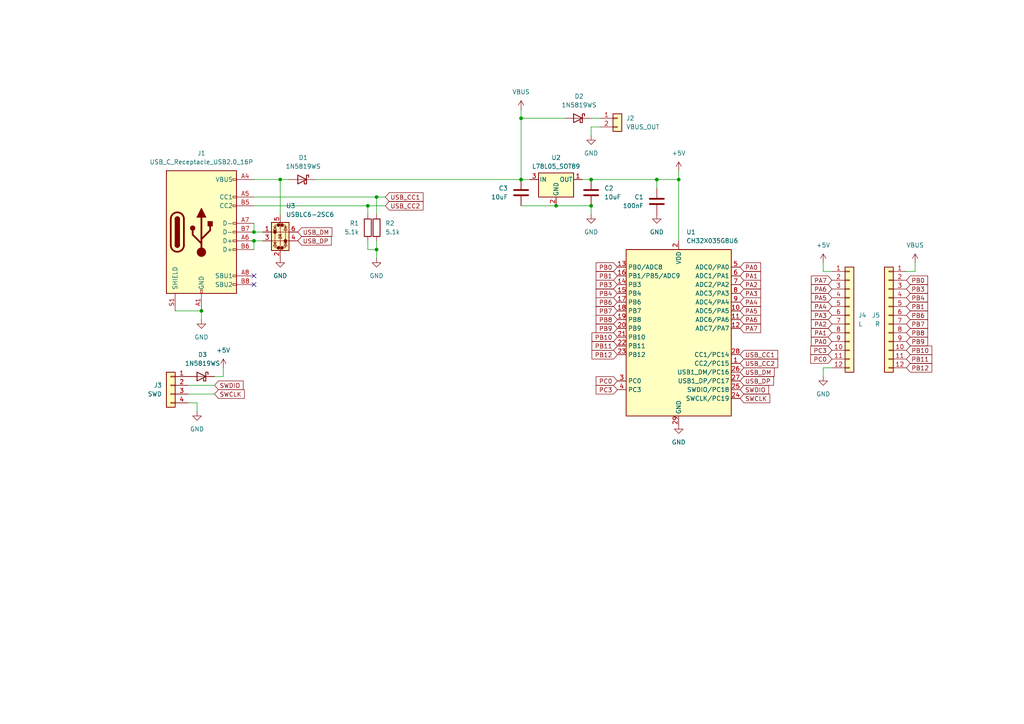
<source format=kicad_sch>
(kicad_sch (version 20231120) (generator "eeschema") (generator_version "8.0")
  (paper "A4")
  (lib_symbols
    (symbol "Connector:USB_C_Receptacle_USB2.0_16P" (pin_names (offset 1.016))
      (property "Reference" "J" (at 0 22.225 0))
      (property "Value" "USB_C_Receptacle_USB2.0_16P" (at 0 19.685 0))
      (symbol "USB_C_Receptacle_USB2.0_16P_0_0"
        (rectangle (start -0.254 -17.78) (end 0.254 -16.764))
        (rectangle (start 10.16 -14.986) (end 9.144 -15.494))
        (rectangle (start 10.16 -12.446) (end 9.144 -12.954))
        (rectangle (start 10.16 -4.826) (end 9.144 -5.334))
        (rectangle (start 10.16 -2.286) (end 9.144 -2.794))
        (rectangle (start 10.16 0.254) (end 9.144 -0.254))
        (rectangle (start 10.16 2.794) (end 9.144 2.286))
        (rectangle (start 10.16 7.874) (end 9.144 7.366))
        (rectangle (start 10.16 10.414) (end 9.144 9.906))
        (rectangle (start 10.16 15.494) (end 9.144 14.986))
      )
      (symbol "USB_C_Receptacle_USB2.0_16P_0_1"
        (rectangle (start -10.16 17.78) (end 10.16 -17.78) (stroke (width 0.254)) (fill (type background)))
        (arc (start -8.89 -3.81) (mid -6.985 -5.7067) (end -5.08 -3.81) (stroke (width 0.508)))
        (arc (start -7.62 -3.81) (mid -6.985 -4.4423) (end -6.35 -3.81) (stroke (width 0.254)))
        (arc (start -7.62 -3.81) (mid -6.985 -4.4423) (end -6.35 -3.81) (stroke (width 0.254)) (fill (type outline)))
        (rectangle (start -7.62 -3.81) (end -6.35 3.81) (stroke (width 0.254)) (fill (type outline)))
        (arc (start -6.35 3.81) (mid -6.985 4.4423) (end -7.62 3.81) (stroke (width 0.254)))
        (arc (start -6.35 3.81) (mid -6.985 4.4423) (end -7.62 3.81) (stroke (width 0.254)) (fill (type outline)))
        (arc (start -5.08 3.81) (mid -6.985 5.7067) (end -8.89 3.81) (stroke (width 0.508)))
        (circle (center -2.54 1.143) (radius 0.635) (stroke (width 0.254)) (fill (type outline)))
        (circle (center 0 -5.842) (radius 1.27) (fill (type outline)))
        (polyline (pts (xy -8.89 -3.81) (xy -8.89 3.81)) (stroke (width 0.508)))
        (polyline (pts (xy -5.08 3.81) (xy -5.08 -3.81)) (stroke (width 0.508)))
        (polyline (pts (xy 0 -5.842) (xy 0 4.318)) (stroke (width 0.508)))
        (polyline (pts (xy 0 -3.302) (xy -2.54 -0.762) (xy -2.54 0.508)) (stroke (width 0.508)))
        (polyline (pts (xy 0 -2.032) (xy 2.54 0.508) (xy 2.54 1.778)) (stroke (width 0.508)))
        (polyline (pts (xy -1.27 4.318) (xy 0 6.858) (xy 1.27 4.318) (xy -1.27 4.318)) (stroke (width 0.254)) (fill (type outline)))
        (rectangle (start 1.905 1.778) (end 3.175 3.048) (stroke (width 0.254)) (fill (type outline)))
      )
      (symbol "USB_C_Receptacle_USB2.0_16P_1_1"
        (pin passive line (at 0 -22.86 90) (length 5.08) (name "GND") (number "A1"))
        (pin passive line (at 0 -22.86 90) (length 5.08) hide (name "GND") (number "A12"))
        (pin passive line (at 15.24 15.24 180) (length 5.08) (name "VBUS") (number "A4"))
        (pin bidirectional line (at 15.24 10.16 180) (length 5.08) (name "CC1") (number "A5"))
        (pin bidirectional line (at 15.24 -2.54 180) (length 5.08) (name "D+") (number "A6"))
        (pin bidirectional line (at 15.24 2.54 180) (length 5.08) (name "D-") (number "A7"))
        (pin bidirectional line (at 15.24 -12.7 180) (length 5.08) (name "SBU1") (number "A8"))
        (pin passive line (at 15.24 15.24 180) (length 5.08) hide (name "VBUS") (number "A9"))
        (pin passive line (at 0 -22.86 90) (length 5.08) hide (name "GND") (number "B1"))
        (pin passive line (at 0 -22.86 90) (length 5.08) hide (name "GND") (number "B12"))
        (pin passive line (at 15.24 15.24 180) (length 5.08) hide (name "VBUS") (number "B4"))
        (pin bidirectional line (at 15.24 7.62 180) (length 5.08) (name "CC2") (number "B5"))
        (pin bidirectional line (at 15.24 -5.08 180) (length 5.08) (name "D+") (number "B6"))
        (pin bidirectional line (at 15.24 0 180) (length 5.08) (name "D-") (number "B7"))
        (pin bidirectional line (at 15.24 -15.24 180) (length 5.08) (name "SBU2") (number "B8"))
        (pin passive line (at 15.24 15.24 180) (length 5.08) hide (name "VBUS") (number "B9"))
        (pin passive line (at -7.62 -22.86 90) (length 5.08) (name "SHIELD") (number "S1"))
      )
    )
    (symbol "Connector_Generic:Conn_01x02" (pin_names (offset 1.016) hide)
      (property "Reference" "J" (at 0 2.54 0))
      (property "Value" "Conn_01x02" (at 0 -5.08 0))
      (symbol "Conn_01x02_1_1"
        (rectangle (start -1.27 -2.413) (end 0 -2.667) (stroke (width 0.1524)))
        (rectangle (start -1.27 0.127) (end 0 -0.127) (stroke (width 0.1524)))
        (rectangle (start -1.27 1.27) (end 1.27 -3.81) (stroke (width 0.254)) (fill (type background)))
        (pin passive line (at -5.08 0 0) (length 3.81) (name "Pin_1") (number "1"))
        (pin passive line (at -5.08 -2.54 0) (length 3.81) (name "Pin_2") (number "2"))
      )
    )
    (symbol "Connector_Generic:Conn_01x04" (pin_names (offset 1.016) hide)
      (property "Reference" "J" (at 0 5.08 0))
      (property "Value" "Conn_01x04" (at 0 -7.62 0))
      (symbol "Conn_01x04_1_1"
        (rectangle (start -1.27 -4.953) (end 0 -5.207) (stroke (width 0.1524)))
        (rectangle (start -1.27 -2.413) (end 0 -2.667) (stroke (width 0.1524)))
        (rectangle (start -1.27 0.127) (end 0 -0.127) (stroke (width 0.1524)))
        (rectangle (start -1.27 2.667) (end 0 2.413) (stroke (width 0.1524)))
        (rectangle (start -1.27 3.81) (end 1.27 -6.35) (stroke (width 0.254)) (fill (type background)))
        (pin passive line (at -5.08 2.54 0) (length 3.81) (name "Pin_1") (number "1"))
        (pin passive line (at -5.08 0 0) (length 3.81) (name "Pin_2") (number "2"))
        (pin passive line (at -5.08 -2.54 0) (length 3.81) (name "Pin_3") (number "3"))
        (pin passive line (at -5.08 -5.08 0) (length 3.81) (name "Pin_4") (number "4"))
      )
    )
    (symbol "Connector_Generic:Conn_01x12" (pin_names (offset 1.016) hide)
      (property "Reference" "J" (at 0 15.24 0))
      (property "Value" "Conn_01x12" (at 0 -17.78 0))
      (symbol "Conn_01x12_1_1"
        (rectangle (start -1.27 -15.113) (end 0 -15.367) (stroke (width 0.1524)))
        (rectangle (start -1.27 -12.573) (end 0 -12.827) (stroke (width 0.1524)))
        (rectangle (start -1.27 -10.033) (end 0 -10.287) (stroke (width 0.1524)))
        (rectangle (start -1.27 -7.493) (end 0 -7.747) (stroke (width 0.1524)))
        (rectangle (start -1.27 -4.953) (end 0 -5.207) (stroke (width 0.1524)))
        (rectangle (start -1.27 -2.413) (end 0 -2.667) (stroke (width 0.1524)))
        (rectangle (start -1.27 0.127) (end 0 -0.127) (stroke (width 0.1524)))
        (rectangle (start -1.27 2.667) (end 0 2.413) (stroke (width 0.1524)))
        (rectangle (start -1.27 5.207) (end 0 4.953) (stroke (width 0.1524)))
        (rectangle (start -1.27 7.747) (end 0 7.493) (stroke (width 0.1524)))
        (rectangle (start -1.27 10.287) (end 0 10.033) (stroke (width 0.1524)))
        (rectangle (start -1.27 12.827) (end 0 12.573) (stroke (width 0.1524)))
        (rectangle (start -1.27 13.97) (end 1.27 -16.51) (stroke (width 0.254)) (fill (type background)))
        (pin passive line (at -5.08 12.7 0) (length 3.81) (name "Pin_1") (number "1"))
        (pin passive line (at -5.08 -10.16 0) (length 3.81) (name "Pin_10") (number "10"))
        (pin passive line (at -5.08 -12.7 0) (length 3.81) (name "Pin_11") (number "11"))
        (pin passive line (at -5.08 -15.24 0) (length 3.81) (name "Pin_12") (number "12"))
        (pin passive line (at -5.08 10.16 0) (length 3.81) (name "Pin_2") (number "2"))
        (pin passive line (at -5.08 7.62 0) (length 3.81) (name "Pin_3") (number "3"))
        (pin passive line (at -5.08 5.08 0) (length 3.81) (name "Pin_4") (number "4"))
        (pin passive line (at -5.08 2.54 0) (length 3.81) (name "Pin_5") (number "5"))
        (pin passive line (at -5.08 0 0) (length 3.81) (name "Pin_6") (number "6"))
        (pin passive line (at -5.08 -2.54 0) (length 3.81) (name "Pin_7") (number "7"))
        (pin passive line (at -5.08 -5.08 0) (length 3.81) (name "Pin_8") (number "8"))
        (pin passive line (at -5.08 -7.62 0) (length 3.81) (name "Pin_9") (number "9"))
      )
    )
    (symbol "Device:C" (pin_numbers hide) (pin_names (offset 0.254))
      (property "Reference" "C" (at 0.635 2.54 0))
      (property "Value" "C" (at 0.635 -2.54 0))
      (symbol "C_0_1"
        (polyline (pts (xy -2.032 -0.762) (xy 2.032 -0.762)) (stroke (width 0.508)))
        (polyline (pts (xy -2.032 0.762) (xy 2.032 0.762)) (stroke (width 0.508)))
      )
      (symbol "C_1_1"
        (pin passive line (at 0 3.81 270) (length 2.794) (name "~") (number "1"))
        (pin passive line (at 0 -3.81 90) (length 2.794) (name "~") (number "2"))
      )
    )
    (symbol "Device:R" (pin_numbers hide) (pin_names (offset 0))
      (property "Reference" "R" (at 2.032 0 90))
      (property "Value" "R" (at 0 0 90))
      (symbol "R_0_1"
        (rectangle (start -1.016 -2.54) (end 1.016 2.54) (stroke (width 0.254)))
      )
      (symbol "R_1_1"
        (pin passive line (at 0 3.81 270) (length 1.27) (name "~") (number "1"))
        (pin passive line (at 0 -3.81 90) (length 1.27) (name "~") (number "2"))
      )
    )
    (symbol "Diode:1N5819WS" (pin_numbers hide) (pin_names (offset 1.016) hide)
      (property "Reference" "D" (at 0 2.54 0))
      (property "Value" "1N5819WS" (at 0 -2.54 0))
      (symbol "1N5819WS_0_1"
        (polyline (pts (xy 1.27 0) (xy -1.27 0)))
        (polyline (pts (xy 1.27 1.27) (xy 1.27 -1.27) (xy -1.27 0) (xy 1.27 1.27)) (stroke (width 0.254)))
        (polyline (pts (xy -1.905 0.635) (xy -1.905 1.27) (xy -1.27 1.27) (xy -1.27 -1.27) (xy -0.635 -1.27) (xy -0.635 -0.635)) (stroke (width 0.254)))
      )
      (symbol "1N5819WS_1_1"
        (pin passive line (at -3.81 0 0) (length 2.54) (name "K") (number "1"))
        (pin passive line (at 3.81 0 180) (length 2.54) (name "A") (number "2"))
      )
    )
    (symbol "Power_Protection:USBLC6-2SC6" (pin_names hide)
      (property "Reference" "U" (at 0.635 5.715 0))
      (property "Value" "USBLC6-2SC6" (at 0.635 3.81 0))
      (symbol "USBLC6-2SC6_0_0"
        (circle (center -1.524 0) (radius 0.0001) (stroke (width 0.508)))
        (circle (center -0.508 -4.572) (radius 0.0001) (stroke (width 0.508)))
        (circle (center -0.508 2.032) (radius 0.0001) (stroke (width 0.508)))
        (circle (center 0.508 -4.572) (radius 0.0001) (stroke (width 0.508)))
        (circle (center 0.508 2.032) (radius 0.0001) (stroke (width 0.508)))
        (circle (center 1.524 -2.54) (radius 0.0001) (stroke (width 0.508)))
      )
      (symbol "USBLC6-2SC6_0_1"
        (polyline (pts (xy -2.54 -2.54) (xy 2.54 -2.54)))
        (polyline (pts (xy -2.54 0) (xy 2.54 0)))
        (polyline (pts (xy -2.032 -3.048) (xy -1.016 -3.048)))
        (polyline (pts (xy -1.016 1.524) (xy -2.032 1.524)))
        (polyline (pts (xy 1.016 -3.048) (xy 2.032 -3.048)))
        (polyline (pts (xy 1.016 1.524) (xy 2.032 1.524)))
        (polyline (pts (xy -0.508 -1.143) (xy -0.508 -0.762) (xy 0.508 -0.762)))
        (polyline (pts (xy -2.032 0.508) (xy -1.016 0.508) (xy -1.524 1.524) (xy -2.032 0.508)))
        (polyline (pts (xy -1.016 -4.064) (xy -2.032 -4.064) (xy -1.524 -3.048) (xy -1.016 -4.064)))
        (polyline (pts (xy 0.508 -1.778) (xy -0.508 -1.778) (xy 0 -0.762) (xy 0.508 -1.778)))
        (polyline (pts (xy 2.032 -4.064) (xy 1.016 -4.064) (xy 1.524 -3.048) (xy 2.032 -4.064)))
        (polyline (pts (xy 2.032 0.508) (xy 1.016 0.508) (xy 1.524 1.524) (xy 2.032 0.508)))
        (polyline (pts (xy 0 2.54) (xy -0.508 2.032) (xy 0.508 2.032) (xy 0 1.524) (xy 0 -4.064) (xy -0.508 -4.572) (xy 0.508 -4.572) (xy 0 -5.08)))
      )
      (symbol "USBLC6-2SC6_1_1"
        (rectangle (start -2.54 2.794) (end 2.54 -5.334) (stroke (width 0.254)) (fill (type background)))
        (polyline (pts (xy -0.508 2.032) (xy -1.524 2.032) (xy -1.524 -4.572) (xy -0.508 -4.572)))
        (polyline (pts (xy 0.508 -4.572) (xy 1.524 -4.572) (xy 1.524 2.032) (xy 0.508 2.032)))
        (pin passive line (at -5.08 0 0) (length 2.54) (name "I/O1") (number "1"))
        (pin passive line (at 0 -7.62 90) (length 2.54) (name "GND") (number "2"))
        (pin passive line (at -5.08 -2.54 0) (length 2.54) (name "I/O2") (number "3"))
        (pin passive line (at 5.08 -2.54 180) (length 2.54) (name "I/O2") (number "4"))
        (pin passive line (at 0 5.08 270) (length 2.54) (name "VBUS") (number "5"))
        (pin passive line (at 5.08 0 180) (length 2.54) (name "I/O1") (number "6"))
      )
    )
    (symbol "Regulator_Linear:L78L05_SOT89" (pin_names (offset 0.254))
      (property "Reference" "U" (at -3.81 3.175 0))
      (property "Value" "L78L05_SOT89" (at -0.635 3.175 0))
      (symbol "L78L05_SOT89_0_1"
        (rectangle (start -5.08 1.905) (end 5.08 -5.08) (stroke (width 0.254)) (fill (type background)))
      )
      (symbol "L78L05_SOT89_1_1"
        (pin power_out line (at 7.62 0 180) (length 2.54) (name "OUT") (number "1"))
        (pin power_in line (at 0 -7.62 90) (length 2.54) (name "GND") (number "2"))
        (pin power_in line (at -7.62 0 0) (length 2.54) (name "IN") (number "3"))
      )
    )
    (symbol "WCH_MCU:CH32X035G8U6"
      (property "Reference" "U" (at -5.08 -30.48 0))
      (property "Value" "CH32X035G8U6" (at 10.16 -30.48 0))
      (symbol "CH32X035G8U6_0_1"
        (rectangle (start -15.24 22.86) (end 15.24 -25.4) (stroke (width 0.254)) (fill (type background)))
      )
      (symbol "CH32X035G8U6_1_1"
        (pin bidirectional line (at 17.78 -10.16 180) (length 2.54) (name "CC2/PC15") (number "1"))
        (pin bidirectional line (at 17.78 5.08 180) (length 2.54) (name "ADC5/PA5") (number "10"))
        (pin bidirectional line (at 17.78 2.54 180) (length 2.54) (name "ADC6/PA6") (number "11"))
        (pin bidirectional line (at 17.78 0 180) (length 2.54) (name "ADC7/PA7") (number "12"))
        (pin bidirectional line (at -17.78 17.78 0) (length 2.54) (name "PB0/ADC8") (number "13"))
        (pin bidirectional line (at -17.78 12.7 0) (length 2.54) (name "PB3") (number "14"))
        (pin bidirectional line (at -17.78 10.16 0) (length 2.54) (name "PB4") (number "15"))
        (pin bidirectional line (at -17.78 15.24 0) (length 2.54) (name "PB1/PB5/ADC9") (number "16"))
        (pin bidirectional line (at -17.78 7.62 0) (length 2.54) (name "PB6") (number "17"))
        (pin bidirectional line (at -17.78 5.08 0) (length 2.54) (name "PB7") (number "18"))
        (pin bidirectional line (at -17.78 2.54 0) (length 2.54) (name "PB8") (number "19"))
        (pin power_in line (at 0 25.4 270) (length 2.54) (name "VDD") (number "2"))
        (pin bidirectional line (at -17.78 0 0) (length 2.54) (name "PB9") (number "20"))
        (pin bidirectional line (at -17.78 -2.54 0) (length 2.54) (name "PB10") (number "21"))
        (pin bidirectional line (at -17.78 -5.08 0) (length 2.54) (name "PB11") (number "22"))
        (pin bidirectional line (at -17.78 -7.62 0) (length 2.54) (name "PB12") (number "23"))
        (pin bidirectional line (at 17.78 -20.32 180) (length 2.54) (name "SWCLK/PC19") (number "24"))
        (pin bidirectional line (at 17.78 -17.78 180) (length 2.54) (name "SWDIO/PC18") (number "25"))
        (pin bidirectional line (at 17.78 -12.7 180) (length 2.54) (name "USB1_DM/PC16") (number "26"))
        (pin bidirectional line (at 17.78 -15.24 180) (length 2.54) (name "USB1_DP/PC17") (number "27"))
        (pin bidirectional line (at 17.78 -7.62 180) (length 2.54) (name "CC1/PC14") (number "28"))
        (pin power_in line (at 0 -27.94 90) (length 2.54) (name "GND") (number "29"))
        (pin bidirectional line (at -17.78 -15.24 0) (length 2.54) (name "PC0") (number "3"))
        (pin bidirectional line (at -17.78 -17.78 0) (length 2.54) (name "PC3") (number "4"))
        (pin bidirectional line (at 17.78 17.78 180) (length 2.54) (name "ADC0/PA0") (number "5"))
        (pin bidirectional line (at 17.78 15.24 180) (length 2.54) (name "ADC1/PA1") (number "6"))
        (pin bidirectional line (at 17.78 12.7 180) (length 2.54) (name "ADC2/PA2") (number "7"))
        (pin bidirectional line (at 17.78 10.16 180) (length 2.54) (name "ADC3/PA3") (number "8"))
        (pin bidirectional line (at 17.78 7.62 180) (length 2.54) (name "ADC4/PA4") (number "9"))
      )
    )
    (symbol "power:+5V" (power) (pin_numbers hide) (pin_names (offset 0) hide)
      (property "Value" "+5V" (at 0 3.556 0))
      (symbol "+5V_0_1"
        (polyline (pts (xy -0.762 1.27) (xy 0 2.54)))
        (polyline (pts (xy 0 0) (xy 0 2.54)))
        (polyline (pts (xy 0 2.54) (xy 0.762 1.27)))
      )
      (symbol "+5V_1_1"
        (pin power_in line (at 0 0 90) (length 0) (name "~") (number "1"))
      )
    )
    (symbol "power:GND" (power) (pin_numbers hide) (pin_names (offset 0) hide)
      (property "Value" "GND" (at 0 -3.81 0))
      (symbol "GND_0_1"
        (polyline (pts (xy 0 0) (xy 0 -1.27) (xy 1.27 -1.27) (xy 0 -2.54) (xy -1.27 -1.27) (xy 0 -1.27)))
      )
      (symbol "GND_1_1"
        (pin power_in line (at 0 0 270) (length 0) (name "~") (number "1"))
      )
    )
    (symbol "power:VBUS" (power) (pin_numbers hide) (pin_names (offset 0) hide)
      (property "Value" "VBUS" (at 0 3.556 0))
      (symbol "VBUS_0_1"
        (polyline (pts (xy -0.762 1.27) (xy 0 2.54)))
        (polyline (pts (xy 0 0) (xy 0 2.54)))
        (polyline (pts (xy 0 2.54) (xy 0.762 1.27)))
      )
      (symbol "VBUS_1_1"
        (pin power_in line (at 0 0 90) (length 0) (name "~") (number "1"))
      )
    )
  )
  (junction (at 171.45 52.07))
  (junction (at 171.45 59.69))
  (junction (at 106.68 59.69))
  (junction (at 151.13 34.29))
  (junction (at 73.66 67.31))
  (junction (at 81.28 52.07))
  (junction (at 161.29 59.69))
  (junction (at 109.22 72.39))
  (junction (at 58.42 90.17))
  (junction (at 73.66 69.85))
  (junction (at 109.22 57.15))
  (junction (at 151.13 52.07))
  (junction (at 196.85 52.07))
  (junction (at 190.5 52.07))
  (no_connect (at 73.66 82.55))
  (no_connect (at 73.66 80.01))
  (wire (pts (xy 62.23 114.3) (xy 54.61 114.3)))
  (wire (pts (xy 73.66 57.15) (xy 109.22 57.15)))
  (wire (pts (xy 265.43 76.2) (xy 265.43 78.74)))
  (wire (pts (xy 151.13 59.69) (xy 161.29 59.69)))
  (wire (pts (xy 171.45 62.23) (xy 171.45 59.69)))
  (wire (pts (xy 171.45 36.83) (xy 173.99 36.83)))
  (wire (pts (xy 81.28 52.07) (xy 81.28 62.23)))
  (wire (pts (xy 62.23 109.22) (xy 64.77 109.22)))
  (wire (pts (xy 76.2 67.31) (xy 73.66 67.31)))
  (wire (pts (xy 190.5 54.61) (xy 190.5 52.07)))
  (wire (pts (xy 151.13 34.29) (xy 151.13 52.07)))
  (wire (pts (xy 106.68 72.39) (xy 109.22 72.39)))
  (wire (pts (xy 109.22 69.85) (xy 109.22 72.39)))
  (wire (pts (xy 58.42 90.17) (xy 50.8 90.17)))
  (wire (pts (xy 54.61 116.84) (xy 57.15 116.84)))
  (wire (pts (xy 171.45 39.37) (xy 171.45 36.83)))
  (wire (pts (xy 151.13 34.29) (xy 163.83 34.29)))
  (wire (pts (xy 58.42 92.71) (xy 58.42 90.17)))
  (wire (pts (xy 106.68 69.85) (xy 106.68 72.39)))
  (wire (pts (xy 238.76 106.68) (xy 241.3 106.68)))
  (wire (pts (xy 106.68 59.69) (xy 106.68 62.23)))
  (wire (pts (xy 151.13 52.07) (xy 153.67 52.07)))
  (wire (pts (xy 196.85 52.07) (xy 196.85 69.85)))
  (wire (pts (xy 171.45 52.07) (xy 190.5 52.07)))
  (wire (pts (xy 76.2 69.85) (xy 73.66 69.85)))
  (wire (pts (xy 238.76 76.2) (xy 238.76 78.74)))
  (wire (pts (xy 238.76 106.68) (xy 238.76 109.22)))
  (wire (pts (xy 109.22 57.15) (xy 109.22 62.23)))
  (wire (pts (xy 57.15 119.38) (xy 57.15 116.84)))
  (wire (pts (xy 238.76 78.74) (xy 241.3 78.74)))
  (wire (pts (xy 151.13 31.75) (xy 151.13 34.29)))
  (wire (pts (xy 109.22 72.39) (xy 109.22 74.93)))
  (wire (pts (xy 111.76 59.69) (xy 106.68 59.69)))
  (wire (pts (xy 111.76 57.15) (xy 109.22 57.15)))
  (wire (pts (xy 265.43 78.74) (xy 262.89 78.74)))
  (wire (pts (xy 62.23 111.76) (xy 54.61 111.76)))
  (wire (pts (xy 161.29 59.69) (xy 171.45 59.69)))
  (wire (pts (xy 64.77 106.68) (xy 64.77 109.22)))
  (wire (pts (xy 190.5 52.07) (xy 196.85 52.07)))
  (wire (pts (xy 171.45 34.29) (xy 173.99 34.29)))
  (wire (pts (xy 73.66 67.31) (xy 73.66 64.77)))
  (wire (pts (xy 196.85 49.53) (xy 196.85 52.07)))
  (wire (pts (xy 73.66 59.69) (xy 106.68 59.69)))
  (wire (pts (xy 91.44 52.07) (xy 151.13 52.07)))
  (wire (pts (xy 168.91 52.07) (xy 171.45 52.07)))
  (wire (pts (xy 81.28 52.07) (xy 83.82 52.07)))
  (wire (pts (xy 73.66 52.07) (xy 81.28 52.07)))
  (wire (pts (xy 73.66 69.85) (xy 73.66 72.39)))
  (global_label "PB8" (shape input) (at 179.07 92.71 180) (property "Intersheetrefs" "${INTERSHEET_REFS}" (effects (hide yes))))
  (global_label "SWDIO" (shape input) (at 62.23 111.76 0) (property "Intersheetrefs" "${INTERSHEET_REFS}" (effects (hide yes))))
  (global_label "PB7" (shape input) (at 262.89 93.98 0) (property "Intersheetrefs" "${INTERSHEET_REFS}" (effects (hide yes))))
  (global_label "PB7" (shape input) (at 179.07 90.17 180) (property "Intersheetrefs" "${INTERSHEET_REFS}" (effects (hide yes))))
  (global_label "PB6" (shape input) (at 179.07 87.63 180) (property "Intersheetrefs" "${INTERSHEET_REFS}" (effects (hide yes))))
  (global_label "PA3" (shape input) (at 214.63 85.09 0) (property "Intersheetrefs" "${INTERSHEET_REFS}" (effects (hide yes))))
  (global_label "SWCLK" (shape input) (at 62.23 114.3 0) (property "Intersheetrefs" "${INTERSHEET_REFS}" (effects (hide yes))))
  (global_label "PC3" (shape input) (at 241.3 101.6 180) (property "Intersheetrefs" "${INTERSHEET_REFS}" (effects (hide yes))))
  (global_label "PB0" (shape input) (at 179.07 77.47 180) (property "Intersheetrefs" "${INTERSHEET_REFS}" (effects (hide yes))))
  (global_label "PA6" (shape input) (at 241.3 83.82 180) (property "Intersheetrefs" "${INTERSHEET_REFS}" (effects (hide yes))))
  (global_label "USB_DM" (shape input) (at 86.36 67.31 0) (property "Intersheetrefs" "${INTERSHEET_REFS}" (effects (hide yes))))
  (global_label "PB0" (shape input) (at 262.89 81.28 0) (property "Intersheetrefs" "${INTERSHEET_REFS}" (effects (hide yes))))
  (global_label "PA7" (shape input) (at 214.63 95.25 0) (property "Intersheetrefs" "${INTERSHEET_REFS}" (effects (hide yes))))
  (global_label "PB6" (shape input) (at 262.89 91.44 0) (property "Intersheetrefs" "${INTERSHEET_REFS}" (effects (hide yes))))
  (global_label "PB10" (shape input) (at 179.07 97.79 180) (property "Intersheetrefs" "${INTERSHEET_REFS}" (effects (hide yes))))
  (global_label "PC3" (shape input) (at 179.07 113.03 180) (property "Intersheetrefs" "${INTERSHEET_REFS}" (effects (hide yes))))
  (global_label "PA1" (shape input) (at 241.3 96.52 180) (property "Intersheetrefs" "${INTERSHEET_REFS}" (effects (hide yes))))
  (global_label "PB10" (shape input) (at 262.89 101.6 0) (property "Intersheetrefs" "${INTERSHEET_REFS}" (effects (hide yes))))
  (global_label "PA0" (shape input) (at 241.3 99.06 180) (property "Intersheetrefs" "${INTERSHEET_REFS}" (effects (hide yes))))
  (global_label "PB11" (shape input) (at 262.89 104.14 0) (property "Intersheetrefs" "${INTERSHEET_REFS}" (effects (hide yes))))
  (global_label "PB1" (shape input) (at 179.07 80.01 180) (property "Intersheetrefs" "${INTERSHEET_REFS}" (effects (hide yes))))
  (global_label "PA2" (shape input) (at 241.3 93.98 180) (property "Intersheetrefs" "${INTERSHEET_REFS}" (effects (hide yes))))
  (global_label "USB_CC1" (shape input) (at 111.76 57.15 0) (property "Intersheetrefs" "${INTERSHEET_REFS}" (effects (hide yes))))
  (global_label "USB_DP" (shape input) (at 214.63 110.49 0) (property "Intersheetrefs" "${INTERSHEET_REFS}" (effects (hide yes))))
  (global_label "PC0" (shape input) (at 241.3 104.14 180) (property "Intersheetrefs" "${INTERSHEET_REFS}" (effects (hide yes))))
  (global_label "PA7" (shape input) (at 241.3 81.28 180) (property "Intersheetrefs" "${INTERSHEET_REFS}" (effects (hide yes))))
  (global_label "USB_CC2" (shape input) (at 111.76 59.69 0) (property "Intersheetrefs" "${INTERSHEET_REFS}" (effects (hide yes))))
  (global_label "PB1" (shape input) (at 262.89 88.9 0) (property "Intersheetrefs" "${INTERSHEET_REFS}" (effects (hide yes))))
  (global_label "SWDIO" (shape input) (at 214.63 113.03 0) (property "Intersheetrefs" "${INTERSHEET_REFS}" (effects (hide yes))))
  (global_label "PB12" (shape input) (at 262.89 106.68 0) (property "Intersheetrefs" "${INTERSHEET_REFS}" (effects (hide yes))))
  (global_label "PB12" (shape input) (at 179.07 102.87 180) (property "Intersheetrefs" "${INTERSHEET_REFS}" (effects (hide yes))))
  (global_label "USB_CC1" (shape input) (at 214.63 102.87 0) (property "Intersheetrefs" "${INTERSHEET_REFS}" (effects (hide yes))))
  (global_label "USB_CC2" (shape input) (at 214.63 105.41 0) (property "Intersheetrefs" "${INTERSHEET_REFS}" (effects (hide yes))))
  (global_label "PB9" (shape input) (at 262.89 99.06 0) (property "Intersheetrefs" "${INTERSHEET_REFS}" (effects (hide yes))))
  (global_label "PA4" (shape input) (at 214.63 87.63 0) (property "Intersheetrefs" "${INTERSHEET_REFS}" (effects (hide yes))))
  (global_label "PB11" (shape input) (at 179.07 100.33 180) (property "Intersheetrefs" "${INTERSHEET_REFS}" (effects (hide yes))))
  (global_label "PA5" (shape input) (at 214.63 90.17 0) (property "Intersheetrefs" "${INTERSHEET_REFS}" (effects (hide yes))))
  (global_label "PC0" (shape input) (at 179.07 110.49 180) (property "Intersheetrefs" "${INTERSHEET_REFS}" (effects (hide yes))))
  (global_label "USB_DP" (shape input) (at 86.36 69.85 0) (property "Intersheetrefs" "${INTERSHEET_REFS}" (effects (hide yes))))
  (global_label "PA2" (shape input) (at 214.63 82.55 0) (property "Intersheetrefs" "${INTERSHEET_REFS}" (effects (hide yes))))
  (global_label "SWCLK" (shape input) (at 214.63 115.57 0) (property "Intersheetrefs" "${INTERSHEET_REFS}" (effects (hide yes))))
  (global_label "PB8" (shape input) (at 262.89 96.52 0) (property "Intersheetrefs" "${INTERSHEET_REFS}" (effects (hide yes))))
  (global_label "PB3" (shape input) (at 262.89 83.82 0) (property "Intersheetrefs" "${INTERSHEET_REFS}" (effects (hide yes))))
  (global_label "PA5" (shape input) (at 241.3 86.36 180) (property "Intersheetrefs" "${INTERSHEET_REFS}" (effects (hide yes))))
  (global_label "PA6" (shape input) (at 214.63 92.71 0) (property "Intersheetrefs" "${INTERSHEET_REFS}" (effects (hide yes))))
  (global_label "PB3" (shape input) (at 179.07 82.55 180) (property "Intersheetrefs" "${INTERSHEET_REFS}" (effects (hide yes))))
  (global_label "PA3" (shape input) (at 241.3 91.44 180) (property "Intersheetrefs" "${INTERSHEET_REFS}" (effects (hide yes))))
  (global_label "USB_DM" (shape input) (at 214.63 107.95 0) (property "Intersheetrefs" "${INTERSHEET_REFS}" (effects (hide yes))))
  (global_label "PB9" (shape input) (at 179.07 95.25 180) (property "Intersheetrefs" "${INTERSHEET_REFS}" (effects (hide yes))))
  (global_label "PB4" (shape input) (at 179.07 85.09 180) (property "Intersheetrefs" "${INTERSHEET_REFS}" (effects (hide yes))))
  (global_label "PA4" (shape input) (at 241.3 88.9 180) (property "Intersheetrefs" "${INTERSHEET_REFS}" (effects (hide yes))))
  (global_label "PB4" (shape input) (at 262.89 86.36 0) (property "Intersheetrefs" "${INTERSHEET_REFS}" (effects (hide yes))))
  (global_label "PA1" (shape input) (at 214.63 80.01 0) (property "Intersheetrefs" "${INTERSHEET_REFS}" (effects (hide yes))))
  (global_label "PA0" (shape input) (at 214.63 77.47 0) (property "Intersheetrefs" "${INTERSHEET_REFS}" (effects (hide yes))))
  (symbol (lib_id "Power_Protection:USBLC6-2SC6") (at 81.28 67.31 0) (unit 1)
    (property "Reference" "U3" (at 82.9311 59.69 0) (effects (justify left)))
    (property "Value" "USBLC6-2SC6" (at 82.9311 62.23 0) (effects (justify left)))
    (property "Footprint" "Package_TO_SOT_SMD:SOT-23-6" (effects (hide yes)))
    (property "Datasheet" "https://www.st.com/resource/en/datasheet/usblc6-2.pdf" (effects (hide yes)))
    (property "Description" "Very low capacitance ESD protection diode, 2 data-line, SOT-23-6" (effects (hide yes)))
  )
  (symbol (lib_id "power:GND") (at 57.15 119.38 0) (unit 1)
    (property "Reference" "#PWR011" (effects (hide yes)))
    (property "Value" "GND" (at 57.15 124.46 0))
    (property "Description" "Power symbol creates a global label with name \"GND\" , ground" (effects (hide yes)))
  )
  (symbol (lib_id "Device:R") (at 106.68 66.04 0) (mirror y) (unit 1)
    (property "Reference" "R1" (at 104.14 64.7699 0) (effects (justify left)))
    (property "Value" "5.1k" (at 104.14 67.3099 0) (effects (justify left)))
    (property "Footprint" "Resistor_SMD:R_0603_1608Metric" (effects (hide yes)))
    (property "Description" "Resistor" (effects (hide yes)))
  )
  (symbol (lib_id "Device:R") (at 109.22 66.04 0) (unit 1)
    (property "Reference" "R2" (at 111.76 64.7699 0) (effects (justify left)))
    (property "Value" "5.1k" (at 111.76 67.3099 0) (effects (justify left)))
    (property "Footprint" "Resistor_SMD:R_0603_1608Metric" (effects (hide yes)))
    (property "Description" "Resistor" (effects (hide yes)))
  )
  (symbol (lib_id "Connector_Generic:Conn_01x12") (at 257.81 91.44 0) (mirror y) (unit 1)
    (property "Reference" "J5" (at 255.27 91.4399 0) (effects (justify left)))
    (property "Value" "R" (at 255.27 93.9799 0) (effects (justify left)))
    (property "Footprint" "Connector_PinHeader_2.54mm:PinHeader_1x12_P2.54mm_Vertical" (effects (hide yes)))
    (property "Description" "Generic connector, single row, 01x12, script generated (kicad-library-utils/schlib/autogen/connector/)" (effects (hide yes)))
  )
  (symbol (lib_id "Connector_Generic:Conn_01x02") (at 179.07 34.29 0) (unit 1)
    (property "Reference" "J2" (at 181.61 34.2899 0) (effects (justify left)))
    (property "Value" "VBUS_OUT" (at 181.61 36.8299 0) (effects (justify left)))
    (property "Footprint" "TerminalBlock:TerminalBlock_bornier-2_P5.08mm" (effects (hide yes)))
    (property "Description" "Generic connector, single row, 01x02, script generated (kicad-library-utils/schlib/autogen/connector/)" (effects (hide yes)))
  )
  (symbol (lib_id "power:GND") (at 58.42 92.71 0) (unit 1)
    (property "Reference" "#PWR07" (effects (hide yes)))
    (property "Value" "GND" (at 58.42 97.79 0))
    (property "Description" "Power symbol creates a global label with name \"GND\" , ground" (effects (hide yes)))
  )
  (symbol (lib_id "Connector_Generic:Conn_01x12") (at 246.38 91.44 0) (unit 1)
    (property "Reference" "J4" (at 248.92 91.4399 0) (effects (justify left)))
    (property "Value" "L" (at 248.92 93.9799 0) (effects (justify left)))
    (property "Footprint" "Connector_PinHeader_2.54mm:PinHeader_1x12_P2.54mm_Vertical" (effects (hide yes)))
    (property "Description" "Generic connector, single row, 01x12, script generated (kicad-library-utils/schlib/autogen/connector/)" (effects (hide yes)))
  )
  (symbol (lib_id "Diode:1N5819WS") (at 167.64 34.29 0) (mirror y) (unit 1)
    (property "Reference" "D2" (at 167.9575 27.94 0))
    (property "Value" "1N5819WS" (at 167.9575 30.48 0))
    (property "Footprint" "Diode_SMD:D_SOD-323_HandSoldering" (effects (hide yes)))
    (property "Datasheet" "https://datasheet.lcsc.com/lcsc/2204281430_Guangdong-Hottech-1N5819WS_C191023.pdf" (effects (hide yes)))
    (property "Description" "40V 600mV@1A 1A SOD-323 Schottky Barrier Diodes, SOD-323" (effects (hide yes)))
  )
  (symbol (lib_id "power:GND") (at 171.45 39.37 0) (unit 1)
    (property "Reference" "#PWR09" (effects (hide yes)))
    (property "Value" "GND" (at 171.45 44.45 0))
    (property "Description" "Power symbol creates a global label with name \"GND\" , ground" (effects (hide yes)))
  )
  (symbol (lib_id "Connector:USB_C_Receptacle_USB2.0_16P") (at 58.42 67.31 0) (unit 1)
    (property "Reference" "J1" (at 58.42 44.45 0))
    (property "Value" "USB_C_Receptacle_USB2.0_16P" (at 58.42 46.99 0))
    (property "Footprint" "Connector_USB:USB_C_Receptacle_Palconn_UTC16-G" (effects (hide yes)))
    (property "Datasheet" "https://www.usb.org/sites/default/files/documents/usb_type-c.zip" (effects (hide yes)))
    (property "Description" "USB 2.0-only 16P Type-C Receptacle connector" (effects (hide yes)))
  )
  (symbol (lib_id "power:+5V") (at 64.77 106.68 0) (unit 1)
    (property "Reference" "#PWR010" (effects (hide yes)))
    (property "Value" "+5V" (at 64.77 101.6 0))
    (property "Description" "Power symbol creates a global label with name \"+5V\"" (effects (hide yes)))
  )
  (symbol (lib_id "power:GND") (at 238.76 109.22 0) (unit 1)
    (property "Reference" "#PWR014" (effects (hide yes)))
    (property "Value" "GND" (at 238.76 114.3 0))
    (property "Description" "Power symbol creates a global label with name \"GND\" , ground" (effects (hide yes)))
  )
  (symbol (lib_id "Device:C") (at 151.13 55.88 0) (mirror y) (unit 1)
    (property "Reference" "C3" (at 147.32 54.6099 0) (effects (justify left)))
    (property "Value" "10uF" (at 147.32 57.1499 0) (effects (justify left)))
    (property "Footprint" "Capacitor_SMD:C_0603_1608Metric" (effects (hide yes)))
    (property "Description" "Unpolarized capacitor" (effects (hide yes)))
  )
  (symbol (lib_id "Regulator_Linear:L78L05_SOT89") (at 161.29 52.07 0) (unit 1)
    (property "Reference" "U2" (at 161.29 45.72 0))
    (property "Value" "L78L05_SOT89" (at 161.29 48.26 0))
    (property "Footprint" "Package_TO_SOT_SMD:SOT-89-3" (effects (hide yes)))
    (property "Datasheet" "http://www.st.com/content/ccc/resource/technical/document/datasheet/15/55/e5/aa/23/5b/43/fd/CD00000446.pdf/files/CD00000446.pdf/jcr:content/translations/en.CD00000446.pdf" (effects (hide yes)))
    (property "Description" "Positive 100mA 30V Linear Regulator, Fixed Output 5V, SOT-89" (effects (hide yes)))
  )
  (symbol (lib_id "power:GND") (at 196.85 123.19 0) (unit 1)
    (property "Reference" "#PWR03" (effects (hide yes)))
    (property "Value" "GND" (at 196.85 128.27 0))
    (property "Description" "Power symbol creates a global label with name \"GND\" , ground" (effects (hide yes)))
  )
  (symbol (lib_id "Device:C") (at 190.5 58.42 0) (mirror y) (unit 1)
    (property "Reference" "C1" (at 186.69 57.1499 0) (effects (justify left)))
    (property "Value" "100nF" (at 186.69 59.6899 0) (effects (justify left)))
    (property "Footprint" "Capacitor_SMD:C_0603_1608Metric" (effects (hide yes)))
    (property "Description" "Unpolarized capacitor" (effects (hide yes)))
  )
  (symbol (lib_id "Device:C") (at 171.45 55.88 0) (unit 1)
    (property "Reference" "C2" (at 175.26 54.6099 0) (effects (justify left)))
    (property "Value" "10uF" (at 175.26 57.1499 0) (effects (justify left)))
    (property "Footprint" "Capacitor_SMD:C_0603_1608Metric" (effects (hide yes)))
    (property "Description" "Unpolarized capacitor" (effects (hide yes)))
  )
  (symbol (lib_id "power:VBUS") (at 265.43 76.2 0) (unit 1)
    (property "Reference" "#PWR012" (effects (hide yes)))
    (property "Value" "VBUS" (at 265.43 71.12 0))
    (property "Description" "Power symbol creates a global label with name \"VBUS\"" (effects (hide yes)))
  )
  (symbol (lib_id "power:+5V") (at 196.85 49.53 0) (unit 1)
    (property "Reference" "#PWR05" (effects (hide yes)))
    (property "Value" "+5V" (at 196.85 44.45 0))
    (property "Description" "Power symbol creates a global label with name \"+5V\"" (effects (hide yes)))
  )
  (symbol (lib_id "power:GND") (at 109.22 74.93 0) (unit 1)
    (property "Reference" "#PWR04" (effects (hide yes)))
    (property "Value" "GND" (at 109.22 80.01 0))
    (property "Description" "Power symbol creates a global label with name \"GND\" , ground" (effects (hide yes)))
  )
  (symbol (lib_id "power:GND") (at 171.45 62.23 0) (unit 1)
    (property "Reference" "#PWR01" (effects (hide yes)))
    (property "Value" "GND" (at 171.45 67.31 0))
    (property "Description" "Power symbol creates a global label with name \"GND\" , ground" (effects (hide yes)))
  )
  (symbol (lib_id "WCH_MCU:CH32X035G8U6") (at 196.85 95.25 0) (unit 1)
    (property "Reference" "U1" (at 199.0441 67.31 0) (effects (justify left)))
    (property "Value" "CH32X035G8U6" (at 199.0441 69.85 0) (effects (justify left)))
    (property "Footprint" "Package_DFN_QFN:QFN-28-1EP_4x4mm_P0.4mm_EP2.6x2.6mm" (effects (hide yes)))
  )
  (symbol (lib_id "Diode:1N5819WS") (at 58.42 109.22 0) (mirror y) (unit 1)
    (property "Reference" "D3" (at 58.7375 102.87 0))
    (property "Value" "1N5819WS" (at 58.7375 105.41 0))
    (property "Footprint" "Diode_SMD:D_SOD-323_HandSoldering" (effects (hide yes)))
    (property "Datasheet" "https://datasheet.lcsc.com/lcsc/2204281430_Guangdong-Hottech-1N5819WS_C191023.pdf" (effects (hide yes)))
    (property "Description" "40V 600mV@1A 1A SOD-323 Schottky Barrier Diodes, SOD-323" (effects (hide yes)))
  )
  (symbol (lib_id "power:VBUS") (at 151.13 31.75 0) (unit 1)
    (property "Reference" "#PWR06" (effects (hide yes)))
    (property "Value" "VBUS" (at 151.13 26.67 0))
    (property "Description" "Power symbol creates a global label with name \"VBUS\"" (effects (hide yes)))
  )
  (symbol (lib_id "power:GND") (at 190.5 62.23 0) (unit 1)
    (property "Reference" "#PWR02" (effects (hide yes)))
    (property "Value" "GND" (at 190.5 67.31 0))
    (property "Description" "Power symbol creates a global label with name \"GND\" , ground" (effects (hide yes)))
  )
  (symbol (lib_id "power:+5V") (at 238.76 76.2 0) (unit 1)
    (property "Reference" "#PWR013" (effects (hide yes)))
    (property "Value" "+5V" (at 238.76 71.12 0))
    (property "Description" "Power symbol creates a global label with name \"+5V\"" (effects (hide yes)))
  )
  (symbol (lib_id "Connector_Generic:Conn_01x04") (at 49.53 111.76 0) (mirror y) (unit 1)
    (property "Reference" "J3" (at 46.99 111.7599 0) (effects (justify left)))
    (property "Value" "SWD" (at 46.99 114.2999 0) (effects (justify left)))
    (property "Footprint" "Connector_PinHeader_2.54mm:PinHeader_1x04_P2.54mm_Vertical" (effects (hide yes)))
    (property "Description" "Generic connector, single row, 01x04, script generated (kicad-library-utils/schlib/autogen/connector/)" (effects (hide yes)))
  )
  (symbol (lib_id "power:GND") (at 81.28 74.93 0) (unit 1)
    (property "Reference" "#PWR08" (effects (hide yes)))
    (property "Value" "GND" (at 81.28 80.01 0))
    (property "Description" "Power symbol creates a global label with name \"GND\" , ground" (effects (hide yes)))
  )
  (symbol (lib_id "Diode:1N5819WS") (at 87.63 52.07 0) (mirror y) (unit 1)
    (property "Reference" "D1" (at 87.9475 45.72 0))
    (property "Value" "1N5819WS" (at 87.9475 48.26 0))
    (property "Footprint" "Diode_SMD:D_SOD-323_HandSoldering" (effects (hide yes)))
    (property "Datasheet" "https://datasheet.lcsc.com/lcsc/2204281430_Guangdong-Hottech-1N5819WS_C191023.pdf" (effects (hide yes)))
    (property "Description" "40V 600mV@1A 1A SOD-323 Schottky Barrier Diodes, SOD-323" (effects (hide yes)))
  )
)
</source>
